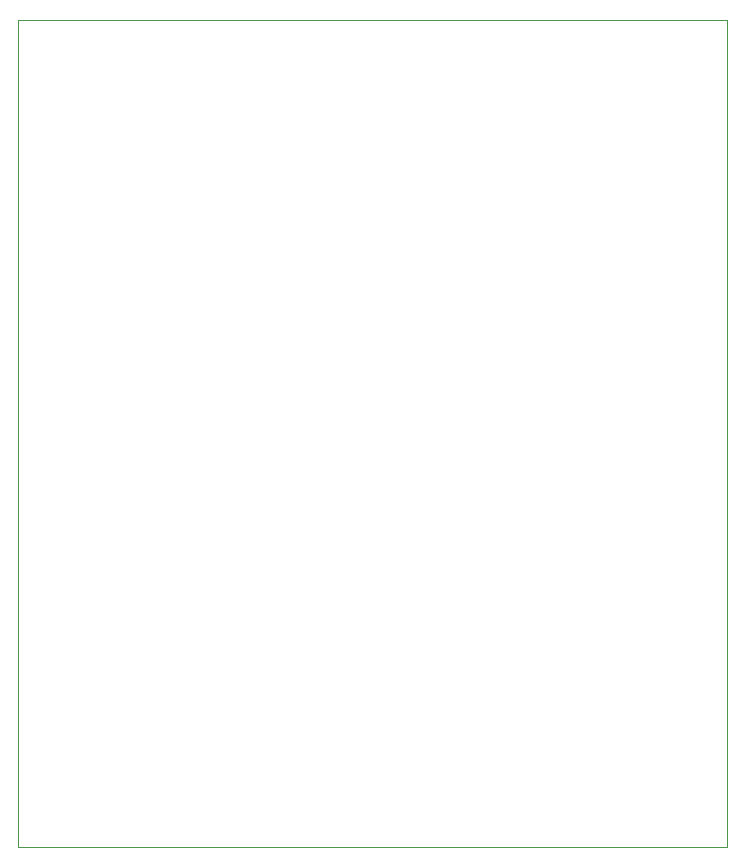
<source format=gbr>
%TF.GenerationSoftware,Altium Limited,Altium Designer,21.6.4 (81)*%
G04 Layer_Color=0*
%FSLAX26Y26*%
%MOIN*%
%TF.SameCoordinates,D1CDB01D-C4A6-469F-8C54-8347A019B806*%
%TF.FilePolarity,Positive*%
%TF.FileFunction,Profile,NP*%
%TF.Part,Single*%
G01*
G75*
%TA.AperFunction,Profile*%
%ADD50C,0.001000*%
D50*
X0Y2755905D02*
X2362205D01*
Y0D01*
X0D01*
Y2755905D01*
%TF.MD5,32eddf903ae53b6f54a1f38a4d5b6ce8*%
M02*

</source>
